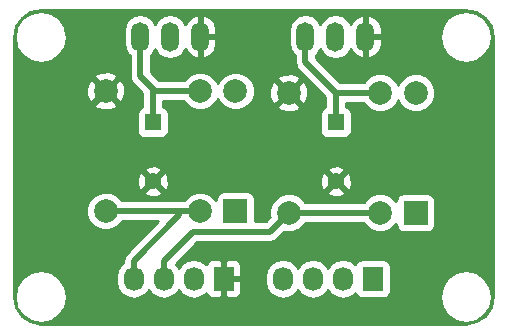
<source format=gtl>
G04 #@! TF.FileFunction,Copper,L1,Top,Signal*
%FSLAX45Y45*%
G04 Gerber Fmt 4.5, Leading zero omitted, Abs format (unit mm)*
G04 Created by KiCad (PCBNEW 4.0.1-stable) date 2016 October 24, Monday 13:30:03*
%MOMM*%
G01*
G04 APERTURE LIST*
%ADD10C,0.100000*%
%ADD11R,1.400000X1.400000*%
%ADD12C,1.400000*%
%ADD13C,1.998980*%
%ADD14R,1.998980X1.998980*%
%ADD15R,1.727200X2.032000*%
%ADD16O,1.727200X2.032000*%
%ADD17O,1.501140X2.499360*%
%ADD18C,0.500000*%
%ADD19C,1.000000*%
%ADD20C,0.254000*%
G04 APERTURE END LIST*
D10*
D11*
X13750000Y-10525000D03*
D12*
X13750000Y-11025000D03*
D11*
X15300000Y-10525000D03*
D12*
X15300000Y-11025000D03*
D13*
X14450000Y-10259000D03*
D14*
X14450000Y-11275000D03*
D13*
X15975000Y-10275000D03*
D14*
X15975000Y-11291000D03*
D15*
X15612000Y-11850000D03*
D16*
X15358000Y-11850000D03*
X15104000Y-11850000D03*
X14850000Y-11850000D03*
D17*
X13896000Y-9800000D03*
X13642000Y-9800000D03*
X14150000Y-9800000D03*
X15296000Y-9800000D03*
X15042000Y-9800000D03*
X15550000Y-9800000D03*
D13*
X13350000Y-10259000D03*
X13350000Y-11275000D03*
X14150000Y-10259000D03*
X14150000Y-11275000D03*
X14900000Y-10275000D03*
X14900000Y-11291000D03*
X15675000Y-10275000D03*
X15675000Y-11291000D03*
D15*
X14350000Y-11850000D03*
D16*
X14096000Y-11850000D03*
X13842000Y-11850000D03*
X13588000Y-11850000D03*
D18*
X13766000Y-10259000D02*
X13750000Y-10243000D01*
X13750000Y-10243000D02*
X13642000Y-10135000D01*
X13750000Y-10525000D02*
X13750000Y-10405000D01*
X13750000Y-10405000D02*
X13750000Y-10243000D01*
X13642000Y-10135000D02*
X13642000Y-9800000D01*
X14150000Y-10259000D02*
X13766000Y-10259000D01*
X15675000Y-10275000D02*
X15300000Y-10275000D01*
X15300000Y-10525000D02*
X15300000Y-10275000D01*
X15042000Y-10017000D02*
X15042000Y-9800000D01*
X15300000Y-10275000D02*
X15042000Y-10017000D01*
X15358000Y-11865240D02*
X15358000Y-11850000D01*
X14850000Y-11850000D02*
X14850000Y-11865240D01*
D19*
X13896000Y-9849911D02*
X13896000Y-9800000D01*
D18*
X13575000Y-11275000D02*
X13975000Y-11275000D01*
X13975000Y-11275000D02*
X14150000Y-11275000D01*
X13588000Y-11850000D02*
X13588000Y-11698400D01*
X13588000Y-11698400D02*
X13975000Y-11311400D01*
X13975000Y-11311400D02*
X13975000Y-11275000D01*
X13350000Y-11275000D02*
X13575000Y-11275000D01*
X14900000Y-11291000D02*
X15675000Y-11291000D01*
X13842000Y-11850000D02*
X13842000Y-11698400D01*
X13842000Y-11698400D02*
X14090451Y-11449949D01*
X14090451Y-11449949D02*
X14741051Y-11449949D01*
X14741051Y-11449949D02*
X14800051Y-11390949D01*
X14800051Y-11390949D02*
X14900000Y-11291000D01*
D20*
G36*
X16487102Y-9589717D02*
X16560944Y-9639056D01*
X16610283Y-9712898D01*
X16629000Y-9806993D01*
X16629000Y-11993007D01*
X16610283Y-12087102D01*
X16560944Y-12160944D01*
X16487102Y-12210283D01*
X16393007Y-12229000D01*
X12806993Y-12229000D01*
X12712898Y-12210283D01*
X12639056Y-12160944D01*
X12589717Y-12087102D01*
X12572391Y-12000000D01*
X12579000Y-12000000D01*
X12595823Y-12084573D01*
X12643729Y-12156271D01*
X12715427Y-12204177D01*
X12800000Y-12221000D01*
X12884573Y-12204177D01*
X12956271Y-12156271D01*
X13004177Y-12084573D01*
X13021000Y-12000000D01*
X13004177Y-11915427D01*
X12956271Y-11843729D01*
X12884573Y-11795823D01*
X12800000Y-11779000D01*
X12715427Y-11795823D01*
X12643729Y-11843729D01*
X12595823Y-11915427D01*
X12579000Y-12000000D01*
X12572391Y-12000000D01*
X12571000Y-11993007D01*
X12571000Y-11307369D01*
X13186523Y-11307369D01*
X13211354Y-11367465D01*
X13257293Y-11413485D01*
X13317345Y-11438421D01*
X13382369Y-11438477D01*
X13442465Y-11413646D01*
X13488485Y-11367707D01*
X13490232Y-11363500D01*
X13797742Y-11363500D01*
X13525421Y-11635821D01*
X13506237Y-11664532D01*
X13506237Y-11664533D01*
X13499500Y-11698400D01*
X13499500Y-11698400D01*
X13499500Y-11713887D01*
X13482033Y-11725558D01*
X13449547Y-11774177D01*
X13438140Y-11831525D01*
X13438140Y-11868474D01*
X13449547Y-11925823D01*
X13482033Y-11974441D01*
X13530651Y-12006927D01*
X13588000Y-12018334D01*
X13645349Y-12006927D01*
X13693967Y-11974441D01*
X13715000Y-11942963D01*
X13736033Y-11974441D01*
X13784651Y-12006927D01*
X13842000Y-12018334D01*
X13899349Y-12006927D01*
X13947967Y-11974441D01*
X13969000Y-11942963D01*
X13990033Y-11974441D01*
X14038651Y-12006927D01*
X14096000Y-12018334D01*
X14153349Y-12006927D01*
X14201967Y-11974441D01*
X14203450Y-11972222D01*
X14209807Y-11987570D01*
X14227670Y-12005433D01*
X14251009Y-12015100D01*
X14321425Y-12015100D01*
X14337300Y-11999225D01*
X14337300Y-11862700D01*
X14362700Y-11862700D01*
X14362700Y-11999225D01*
X14378575Y-12015100D01*
X14448991Y-12015100D01*
X14472330Y-12005433D01*
X14490193Y-11987570D01*
X14499860Y-11964231D01*
X14499860Y-11878575D01*
X14483985Y-11862700D01*
X14362700Y-11862700D01*
X14337300Y-11862700D01*
X14335300Y-11862700D01*
X14335300Y-11837300D01*
X14337300Y-11837300D01*
X14337300Y-11700775D01*
X14362700Y-11700775D01*
X14362700Y-11837300D01*
X14483985Y-11837300D01*
X14489759Y-11831525D01*
X14700140Y-11831525D01*
X14700140Y-11868474D01*
X14711547Y-11925823D01*
X14744033Y-11974441D01*
X14792651Y-12006927D01*
X14850000Y-12018334D01*
X14907349Y-12006927D01*
X14955967Y-11974441D01*
X14977000Y-11942963D01*
X14998033Y-11974441D01*
X15046651Y-12006927D01*
X15104000Y-12018334D01*
X15161349Y-12006927D01*
X15209967Y-11974441D01*
X15231000Y-11942963D01*
X15252033Y-11974441D01*
X15300651Y-12006927D01*
X15358000Y-12018334D01*
X15415349Y-12006927D01*
X15463967Y-11974441D01*
X15464924Y-11973009D01*
X15465324Y-11975132D01*
X15479231Y-11996744D01*
X15500451Y-12011243D01*
X15525640Y-12016344D01*
X15698360Y-12016344D01*
X15721892Y-12011916D01*
X15740410Y-12000000D01*
X16179000Y-12000000D01*
X16195823Y-12084573D01*
X16243729Y-12156271D01*
X16315427Y-12204177D01*
X16400000Y-12221000D01*
X16484573Y-12204177D01*
X16556271Y-12156271D01*
X16604177Y-12084573D01*
X16621000Y-12000000D01*
X16604177Y-11915427D01*
X16556271Y-11843729D01*
X16484573Y-11795823D01*
X16400000Y-11779000D01*
X16315427Y-11795823D01*
X16243729Y-11843729D01*
X16195823Y-11915427D01*
X16179000Y-12000000D01*
X15740410Y-12000000D01*
X15743504Y-11998009D01*
X15758003Y-11976789D01*
X15763104Y-11951600D01*
X15763104Y-11748400D01*
X15758676Y-11724868D01*
X15744769Y-11703256D01*
X15723549Y-11688757D01*
X15698360Y-11683656D01*
X15525640Y-11683656D01*
X15502108Y-11688084D01*
X15480496Y-11701991D01*
X15465997Y-11723211D01*
X15465160Y-11727344D01*
X15463967Y-11725558D01*
X15415349Y-11693073D01*
X15358000Y-11681665D01*
X15300651Y-11693073D01*
X15252033Y-11725558D01*
X15231000Y-11757037D01*
X15209967Y-11725558D01*
X15161349Y-11693073D01*
X15104000Y-11681665D01*
X15046651Y-11693073D01*
X14998033Y-11725558D01*
X14977000Y-11757037D01*
X14955967Y-11725558D01*
X14907349Y-11693073D01*
X14850000Y-11681665D01*
X14792651Y-11693073D01*
X14744033Y-11725558D01*
X14711547Y-11774177D01*
X14700140Y-11831525D01*
X14489759Y-11831525D01*
X14499860Y-11821425D01*
X14499860Y-11735769D01*
X14490193Y-11712430D01*
X14472330Y-11694567D01*
X14448991Y-11684900D01*
X14378575Y-11684900D01*
X14362700Y-11700775D01*
X14337300Y-11700775D01*
X14321425Y-11684900D01*
X14251009Y-11684900D01*
X14227670Y-11694567D01*
X14209807Y-11712430D01*
X14203450Y-11727778D01*
X14201967Y-11725558D01*
X14153349Y-11693073D01*
X14096000Y-11681665D01*
X14038651Y-11693073D01*
X13990033Y-11725558D01*
X13969000Y-11757037D01*
X13947967Y-11725558D01*
X13943191Y-11722367D01*
X14127109Y-11538449D01*
X14741050Y-11538449D01*
X14741051Y-11538449D01*
X14769299Y-11532830D01*
X14774918Y-11531712D01*
X14803630Y-11512528D01*
X14862630Y-11453528D01*
X14862630Y-11453528D01*
X14863383Y-11452775D01*
X14867345Y-11454421D01*
X14932369Y-11454477D01*
X14992465Y-11429646D01*
X15038485Y-11383707D01*
X15040232Y-11379500D01*
X15534715Y-11379500D01*
X15536354Y-11383465D01*
X15582293Y-11429485D01*
X15642345Y-11454421D01*
X15707369Y-11454477D01*
X15767465Y-11429646D01*
X15810307Y-11386879D01*
X15810307Y-11390949D01*
X15814735Y-11414481D01*
X15828642Y-11436093D01*
X15849862Y-11450592D01*
X15875051Y-11455693D01*
X16074949Y-11455693D01*
X16098481Y-11451265D01*
X16120093Y-11437358D01*
X16134592Y-11416138D01*
X16139693Y-11390949D01*
X16139693Y-11191051D01*
X16135265Y-11167519D01*
X16121358Y-11145907D01*
X16100138Y-11131408D01*
X16074949Y-11126307D01*
X15875051Y-11126307D01*
X15851519Y-11130735D01*
X15829907Y-11144642D01*
X15815408Y-11165862D01*
X15810307Y-11191051D01*
X15810307Y-11195189D01*
X15767707Y-11152515D01*
X15707655Y-11127579D01*
X15642631Y-11127523D01*
X15582534Y-11152354D01*
X15536515Y-11198293D01*
X15534768Y-11202500D01*
X15040285Y-11202500D01*
X15038646Y-11198534D01*
X14992707Y-11152515D01*
X14932655Y-11127579D01*
X14867631Y-11127523D01*
X14807534Y-11152354D01*
X14761515Y-11198293D01*
X14736579Y-11258345D01*
X14736523Y-11323369D01*
X14738262Y-11327580D01*
X14737472Y-11328370D01*
X14737472Y-11328370D01*
X14704393Y-11361449D01*
X14614693Y-11361449D01*
X14614693Y-11175051D01*
X14610265Y-11151519D01*
X14596358Y-11129907D01*
X14579704Y-11118528D01*
X15224433Y-11118528D01*
X15230617Y-11142104D01*
X15280712Y-11159742D01*
X15333744Y-11156866D01*
X15369383Y-11142104D01*
X15375567Y-11118528D01*
X15300000Y-11042961D01*
X15224433Y-11118528D01*
X14579704Y-11118528D01*
X14575138Y-11115408D01*
X14549949Y-11110307D01*
X14350051Y-11110307D01*
X14326519Y-11114735D01*
X14304907Y-11128642D01*
X14290408Y-11149862D01*
X14285307Y-11175051D01*
X14285307Y-11179190D01*
X14242707Y-11136515D01*
X14182655Y-11111579D01*
X14117631Y-11111523D01*
X14057534Y-11136354D01*
X14011515Y-11182293D01*
X14009768Y-11186500D01*
X13490285Y-11186500D01*
X13488646Y-11182535D01*
X13442707Y-11136515D01*
X13399388Y-11118528D01*
X13674433Y-11118528D01*
X13680617Y-11142104D01*
X13730712Y-11159742D01*
X13783744Y-11156866D01*
X13819383Y-11142104D01*
X13825567Y-11118528D01*
X13750000Y-11042961D01*
X13674433Y-11118528D01*
X13399388Y-11118528D01*
X13382655Y-11111579D01*
X13317631Y-11111523D01*
X13257534Y-11136354D01*
X13211515Y-11182293D01*
X13186579Y-11242345D01*
X13186523Y-11307369D01*
X12571000Y-11307369D01*
X12571000Y-11005712D01*
X13615258Y-11005712D01*
X13618134Y-11058744D01*
X13632896Y-11094383D01*
X13656472Y-11100567D01*
X13732039Y-11025000D01*
X13767960Y-11025000D01*
X13843527Y-11100567D01*
X13867104Y-11094383D01*
X13884742Y-11044288D01*
X13882650Y-11005712D01*
X15165258Y-11005712D01*
X15168134Y-11058744D01*
X15182896Y-11094383D01*
X15206472Y-11100567D01*
X15282039Y-11025000D01*
X15317960Y-11025000D01*
X15393527Y-11100567D01*
X15417104Y-11094383D01*
X15434742Y-11044288D01*
X15431866Y-10991256D01*
X15417104Y-10955617D01*
X15393527Y-10949433D01*
X15317960Y-11025000D01*
X15282039Y-11025000D01*
X15206472Y-10949433D01*
X15182896Y-10955617D01*
X15165258Y-11005712D01*
X13882650Y-11005712D01*
X13881866Y-10991256D01*
X13867104Y-10955617D01*
X13843527Y-10949433D01*
X13767960Y-11025000D01*
X13732039Y-11025000D01*
X13656472Y-10949433D01*
X13632896Y-10955617D01*
X13615258Y-11005712D01*
X12571000Y-11005712D01*
X12571000Y-10931473D01*
X13674433Y-10931473D01*
X13750000Y-11007040D01*
X13825567Y-10931473D01*
X15224433Y-10931473D01*
X15300000Y-11007040D01*
X15375567Y-10931473D01*
X15369383Y-10907896D01*
X15319288Y-10890258D01*
X15266256Y-10893134D01*
X15230617Y-10907896D01*
X15224433Y-10931473D01*
X13825567Y-10931473D01*
X13819383Y-10907896D01*
X13769288Y-10890258D01*
X13716256Y-10893134D01*
X13680617Y-10907896D01*
X13674433Y-10931473D01*
X12571000Y-10931473D01*
X12571000Y-10374216D01*
X13252744Y-10374216D01*
X13262604Y-10400897D01*
X13323558Y-10423540D01*
X13388538Y-10421134D01*
X13437396Y-10400897D01*
X13447256Y-10374216D01*
X13350000Y-10276961D01*
X13252744Y-10374216D01*
X12571000Y-10374216D01*
X12571000Y-10232558D01*
X13185460Y-10232558D01*
X13187866Y-10297538D01*
X13208103Y-10346396D01*
X13234784Y-10356256D01*
X13332039Y-10259000D01*
X13367960Y-10259000D01*
X13465216Y-10356256D01*
X13491896Y-10346396D01*
X13514540Y-10285442D01*
X13512134Y-10220462D01*
X13491896Y-10171604D01*
X13465216Y-10161744D01*
X13367960Y-10259000D01*
X13332039Y-10259000D01*
X13234784Y-10161744D01*
X13208103Y-10171604D01*
X13185460Y-10232558D01*
X12571000Y-10232558D01*
X12571000Y-10143784D01*
X13252744Y-10143784D01*
X13350000Y-10241040D01*
X13447256Y-10143784D01*
X13437396Y-10117104D01*
X13376442Y-10094460D01*
X13311462Y-10096866D01*
X13262604Y-10117104D01*
X13252744Y-10143784D01*
X12571000Y-10143784D01*
X12571000Y-9806993D01*
X12572391Y-9800000D01*
X12579000Y-9800000D01*
X12595823Y-9884573D01*
X12643729Y-9956271D01*
X12715427Y-10004177D01*
X12800000Y-10021000D01*
X12884573Y-10004177D01*
X12956271Y-9956271D01*
X13004177Y-9884573D01*
X13021000Y-9800000D01*
X13010338Y-9746397D01*
X13503443Y-9746397D01*
X13503443Y-9853603D01*
X13513990Y-9906627D01*
X13544025Y-9951578D01*
X13553500Y-9957909D01*
X13553500Y-10135000D01*
X13553500Y-10135000D01*
X13557379Y-10154500D01*
X13560237Y-10168868D01*
X13572018Y-10186500D01*
X13579421Y-10197579D01*
X13661500Y-10279658D01*
X13661500Y-10393737D01*
X13656468Y-10394684D01*
X13634856Y-10408591D01*
X13620357Y-10429811D01*
X13615256Y-10455000D01*
X13615256Y-10595000D01*
X13619684Y-10618532D01*
X13633591Y-10640144D01*
X13654811Y-10654643D01*
X13680000Y-10659744D01*
X13820000Y-10659744D01*
X13843532Y-10655316D01*
X13865144Y-10641409D01*
X13879643Y-10620189D01*
X13884744Y-10595000D01*
X13884744Y-10455000D01*
X13880316Y-10431468D01*
X13866409Y-10409856D01*
X13845189Y-10395357D01*
X13838500Y-10394002D01*
X13838500Y-10347500D01*
X14009715Y-10347500D01*
X14011354Y-10351466D01*
X14057293Y-10397485D01*
X14117345Y-10422421D01*
X14182369Y-10422477D01*
X14242465Y-10397646D01*
X14288485Y-10351707D01*
X14299997Y-10323981D01*
X14311354Y-10351466D01*
X14357293Y-10397485D01*
X14417345Y-10422421D01*
X14482369Y-10422477D01*
X14542465Y-10397646D01*
X14549908Y-10390216D01*
X14802744Y-10390216D01*
X14812604Y-10416897D01*
X14873558Y-10439540D01*
X14938538Y-10437134D01*
X14987396Y-10416897D01*
X14997256Y-10390216D01*
X14900000Y-10292961D01*
X14802744Y-10390216D01*
X14549908Y-10390216D01*
X14588485Y-10351707D01*
X14613421Y-10291655D01*
X14613458Y-10248558D01*
X14735460Y-10248558D01*
X14737866Y-10313538D01*
X14758103Y-10362396D01*
X14784784Y-10372256D01*
X14882039Y-10275000D01*
X14917960Y-10275000D01*
X15015216Y-10372256D01*
X15041896Y-10362396D01*
X15064540Y-10301442D01*
X15062134Y-10236462D01*
X15041896Y-10187604D01*
X15015216Y-10177744D01*
X14917960Y-10275000D01*
X14882039Y-10275000D01*
X14784784Y-10177744D01*
X14758103Y-10187604D01*
X14735460Y-10248558D01*
X14613458Y-10248558D01*
X14613477Y-10226631D01*
X14588646Y-10166535D01*
X14581907Y-10159784D01*
X14802744Y-10159784D01*
X14900000Y-10257040D01*
X14997256Y-10159784D01*
X14987396Y-10133104D01*
X14926442Y-10110460D01*
X14861462Y-10112866D01*
X14812604Y-10133104D01*
X14802744Y-10159784D01*
X14581907Y-10159784D01*
X14542707Y-10120515D01*
X14482655Y-10095579D01*
X14417631Y-10095523D01*
X14357534Y-10120354D01*
X14311515Y-10166293D01*
X14300002Y-10194019D01*
X14288646Y-10166535D01*
X14242707Y-10120515D01*
X14182655Y-10095579D01*
X14117631Y-10095523D01*
X14057534Y-10120354D01*
X14011515Y-10166293D01*
X14009768Y-10170500D01*
X13802658Y-10170500D01*
X13730500Y-10098342D01*
X13730500Y-9957909D01*
X13739975Y-9951578D01*
X13769000Y-9908138D01*
X13798025Y-9951578D01*
X13842976Y-9981613D01*
X13896000Y-9992160D01*
X13949023Y-9981613D01*
X13993975Y-9951578D01*
X14024010Y-9906627D01*
X14024195Y-9905697D01*
X14026850Y-9914668D01*
X14061006Y-9956866D01*
X14108710Y-9982781D01*
X14115872Y-9984199D01*
X14137300Y-9971934D01*
X14137300Y-9812700D01*
X14162700Y-9812700D01*
X14162700Y-9971934D01*
X14184127Y-9984199D01*
X14191290Y-9982781D01*
X14238994Y-9956866D01*
X14273150Y-9914668D01*
X14288557Y-9862611D01*
X14288557Y-9812700D01*
X14162700Y-9812700D01*
X14137300Y-9812700D01*
X14135300Y-9812700D01*
X14135300Y-9787300D01*
X14137300Y-9787300D01*
X14137300Y-9628066D01*
X14162700Y-9628066D01*
X14162700Y-9787300D01*
X14288557Y-9787300D01*
X14288557Y-9746397D01*
X14903443Y-9746397D01*
X14903443Y-9853603D01*
X14913990Y-9906627D01*
X14944025Y-9951578D01*
X14953500Y-9957909D01*
X14953500Y-10017000D01*
X14953500Y-10017000D01*
X14959119Y-10045248D01*
X14960237Y-10050868D01*
X14974638Y-10072421D01*
X14979421Y-10079579D01*
X15211500Y-10311658D01*
X15211500Y-10393737D01*
X15206468Y-10394684D01*
X15184856Y-10408591D01*
X15170357Y-10429811D01*
X15165256Y-10455000D01*
X15165256Y-10595000D01*
X15169684Y-10618532D01*
X15183591Y-10640144D01*
X15204811Y-10654643D01*
X15230000Y-10659744D01*
X15370000Y-10659744D01*
X15393532Y-10655316D01*
X15415144Y-10641409D01*
X15429643Y-10620189D01*
X15434744Y-10595000D01*
X15434744Y-10455000D01*
X15430316Y-10431468D01*
X15416409Y-10409856D01*
X15395189Y-10395357D01*
X15388500Y-10394002D01*
X15388500Y-10363500D01*
X15534715Y-10363500D01*
X15536354Y-10367466D01*
X15582293Y-10413485D01*
X15642345Y-10438421D01*
X15707369Y-10438477D01*
X15767465Y-10413646D01*
X15813485Y-10367707D01*
X15824997Y-10339981D01*
X15836354Y-10367466D01*
X15882293Y-10413485D01*
X15942345Y-10438421D01*
X16007369Y-10438477D01*
X16067465Y-10413646D01*
X16113485Y-10367707D01*
X16138421Y-10307655D01*
X16138477Y-10242631D01*
X16113646Y-10182535D01*
X16067707Y-10136515D01*
X16007655Y-10111579D01*
X15942631Y-10111523D01*
X15882534Y-10136354D01*
X15836515Y-10182293D01*
X15825002Y-10210019D01*
X15813646Y-10182535D01*
X15767707Y-10136515D01*
X15707655Y-10111579D01*
X15642631Y-10111523D01*
X15582534Y-10136354D01*
X15536515Y-10182293D01*
X15534768Y-10186500D01*
X15336658Y-10186500D01*
X15130500Y-9980342D01*
X15130500Y-9957909D01*
X15139975Y-9951578D01*
X15169000Y-9908138D01*
X15198025Y-9951578D01*
X15242976Y-9981613D01*
X15296000Y-9992160D01*
X15349023Y-9981613D01*
X15393975Y-9951578D01*
X15424010Y-9906627D01*
X15424195Y-9905697D01*
X15426850Y-9914668D01*
X15461006Y-9956866D01*
X15508710Y-9982781D01*
X15515872Y-9984199D01*
X15537300Y-9971934D01*
X15537300Y-9812700D01*
X15562700Y-9812700D01*
X15562700Y-9971934D01*
X15584127Y-9984199D01*
X15591290Y-9982781D01*
X15638994Y-9956866D01*
X15673150Y-9914668D01*
X15688557Y-9862611D01*
X15688557Y-9812700D01*
X15562700Y-9812700D01*
X15537300Y-9812700D01*
X15535300Y-9812700D01*
X15535300Y-9800000D01*
X16179000Y-9800000D01*
X16195823Y-9884573D01*
X16243729Y-9956271D01*
X16315427Y-10004177D01*
X16400000Y-10021000D01*
X16484573Y-10004177D01*
X16556271Y-9956271D01*
X16604177Y-9884573D01*
X16621000Y-9800000D01*
X16604177Y-9715427D01*
X16556271Y-9643729D01*
X16484573Y-9595823D01*
X16400000Y-9579000D01*
X16315427Y-9595823D01*
X16243729Y-9643729D01*
X16195823Y-9715427D01*
X16179000Y-9800000D01*
X15535300Y-9800000D01*
X15535300Y-9787300D01*
X15537300Y-9787300D01*
X15537300Y-9628066D01*
X15562700Y-9628066D01*
X15562700Y-9787300D01*
X15688557Y-9787300D01*
X15688557Y-9737389D01*
X15673150Y-9685332D01*
X15638994Y-9643134D01*
X15591290Y-9617219D01*
X15584127Y-9615801D01*
X15562700Y-9628066D01*
X15537300Y-9628066D01*
X15515872Y-9615801D01*
X15508710Y-9617219D01*
X15461006Y-9643134D01*
X15426850Y-9685332D01*
X15424195Y-9694303D01*
X15424010Y-9693373D01*
X15393975Y-9648422D01*
X15349023Y-9618387D01*
X15296000Y-9607840D01*
X15242976Y-9618387D01*
X15198025Y-9648422D01*
X15169000Y-9691862D01*
X15139975Y-9648422D01*
X15095023Y-9618387D01*
X15042000Y-9607840D01*
X14988976Y-9618387D01*
X14944025Y-9648422D01*
X14913990Y-9693373D01*
X14903443Y-9746397D01*
X14288557Y-9746397D01*
X14288557Y-9737389D01*
X14273150Y-9685332D01*
X14238994Y-9643134D01*
X14191290Y-9617219D01*
X14184127Y-9615801D01*
X14162700Y-9628066D01*
X14137300Y-9628066D01*
X14115872Y-9615801D01*
X14108710Y-9617219D01*
X14061006Y-9643134D01*
X14026850Y-9685332D01*
X14024195Y-9694303D01*
X14024010Y-9693373D01*
X13993975Y-9648422D01*
X13949023Y-9618387D01*
X13896000Y-9607840D01*
X13842976Y-9618387D01*
X13798025Y-9648422D01*
X13769000Y-9691862D01*
X13739975Y-9648422D01*
X13695023Y-9618387D01*
X13642000Y-9607840D01*
X13588976Y-9618387D01*
X13544025Y-9648422D01*
X13513990Y-9693373D01*
X13503443Y-9746397D01*
X13010338Y-9746397D01*
X13004177Y-9715427D01*
X12956271Y-9643729D01*
X12884573Y-9595823D01*
X12800000Y-9579000D01*
X12715427Y-9595823D01*
X12643729Y-9643729D01*
X12595823Y-9715427D01*
X12579000Y-9800000D01*
X12572391Y-9800000D01*
X12589717Y-9712898D01*
X12639056Y-9639056D01*
X12712898Y-9589717D01*
X12806993Y-9571000D01*
X16393007Y-9571000D01*
X16487102Y-9589717D01*
X16487102Y-9589717D01*
G37*
X16487102Y-9589717D02*
X16560944Y-9639056D01*
X16610283Y-9712898D01*
X16629000Y-9806993D01*
X16629000Y-11993007D01*
X16610283Y-12087102D01*
X16560944Y-12160944D01*
X16487102Y-12210283D01*
X16393007Y-12229000D01*
X12806993Y-12229000D01*
X12712898Y-12210283D01*
X12639056Y-12160944D01*
X12589717Y-12087102D01*
X12572391Y-12000000D01*
X12579000Y-12000000D01*
X12595823Y-12084573D01*
X12643729Y-12156271D01*
X12715427Y-12204177D01*
X12800000Y-12221000D01*
X12884573Y-12204177D01*
X12956271Y-12156271D01*
X13004177Y-12084573D01*
X13021000Y-12000000D01*
X13004177Y-11915427D01*
X12956271Y-11843729D01*
X12884573Y-11795823D01*
X12800000Y-11779000D01*
X12715427Y-11795823D01*
X12643729Y-11843729D01*
X12595823Y-11915427D01*
X12579000Y-12000000D01*
X12572391Y-12000000D01*
X12571000Y-11993007D01*
X12571000Y-11307369D01*
X13186523Y-11307369D01*
X13211354Y-11367465D01*
X13257293Y-11413485D01*
X13317345Y-11438421D01*
X13382369Y-11438477D01*
X13442465Y-11413646D01*
X13488485Y-11367707D01*
X13490232Y-11363500D01*
X13797742Y-11363500D01*
X13525421Y-11635821D01*
X13506237Y-11664532D01*
X13506237Y-11664533D01*
X13499500Y-11698400D01*
X13499500Y-11698400D01*
X13499500Y-11713887D01*
X13482033Y-11725558D01*
X13449547Y-11774177D01*
X13438140Y-11831525D01*
X13438140Y-11868474D01*
X13449547Y-11925823D01*
X13482033Y-11974441D01*
X13530651Y-12006927D01*
X13588000Y-12018334D01*
X13645349Y-12006927D01*
X13693967Y-11974441D01*
X13715000Y-11942963D01*
X13736033Y-11974441D01*
X13784651Y-12006927D01*
X13842000Y-12018334D01*
X13899349Y-12006927D01*
X13947967Y-11974441D01*
X13969000Y-11942963D01*
X13990033Y-11974441D01*
X14038651Y-12006927D01*
X14096000Y-12018334D01*
X14153349Y-12006927D01*
X14201967Y-11974441D01*
X14203450Y-11972222D01*
X14209807Y-11987570D01*
X14227670Y-12005433D01*
X14251009Y-12015100D01*
X14321425Y-12015100D01*
X14337300Y-11999225D01*
X14337300Y-11862700D01*
X14362700Y-11862700D01*
X14362700Y-11999225D01*
X14378575Y-12015100D01*
X14448991Y-12015100D01*
X14472330Y-12005433D01*
X14490193Y-11987570D01*
X14499860Y-11964231D01*
X14499860Y-11878575D01*
X14483985Y-11862700D01*
X14362700Y-11862700D01*
X14337300Y-11862700D01*
X14335300Y-11862700D01*
X14335300Y-11837300D01*
X14337300Y-11837300D01*
X14337300Y-11700775D01*
X14362700Y-11700775D01*
X14362700Y-11837300D01*
X14483985Y-11837300D01*
X14489759Y-11831525D01*
X14700140Y-11831525D01*
X14700140Y-11868474D01*
X14711547Y-11925823D01*
X14744033Y-11974441D01*
X14792651Y-12006927D01*
X14850000Y-12018334D01*
X14907349Y-12006927D01*
X14955967Y-11974441D01*
X14977000Y-11942963D01*
X14998033Y-11974441D01*
X15046651Y-12006927D01*
X15104000Y-12018334D01*
X15161349Y-12006927D01*
X15209967Y-11974441D01*
X15231000Y-11942963D01*
X15252033Y-11974441D01*
X15300651Y-12006927D01*
X15358000Y-12018334D01*
X15415349Y-12006927D01*
X15463967Y-11974441D01*
X15464924Y-11973009D01*
X15465324Y-11975132D01*
X15479231Y-11996744D01*
X15500451Y-12011243D01*
X15525640Y-12016344D01*
X15698360Y-12016344D01*
X15721892Y-12011916D01*
X15740410Y-12000000D01*
X16179000Y-12000000D01*
X16195823Y-12084573D01*
X16243729Y-12156271D01*
X16315427Y-12204177D01*
X16400000Y-12221000D01*
X16484573Y-12204177D01*
X16556271Y-12156271D01*
X16604177Y-12084573D01*
X16621000Y-12000000D01*
X16604177Y-11915427D01*
X16556271Y-11843729D01*
X16484573Y-11795823D01*
X16400000Y-11779000D01*
X16315427Y-11795823D01*
X16243729Y-11843729D01*
X16195823Y-11915427D01*
X16179000Y-12000000D01*
X15740410Y-12000000D01*
X15743504Y-11998009D01*
X15758003Y-11976789D01*
X15763104Y-11951600D01*
X15763104Y-11748400D01*
X15758676Y-11724868D01*
X15744769Y-11703256D01*
X15723549Y-11688757D01*
X15698360Y-11683656D01*
X15525640Y-11683656D01*
X15502108Y-11688084D01*
X15480496Y-11701991D01*
X15465997Y-11723211D01*
X15465160Y-11727344D01*
X15463967Y-11725558D01*
X15415349Y-11693073D01*
X15358000Y-11681665D01*
X15300651Y-11693073D01*
X15252033Y-11725558D01*
X15231000Y-11757037D01*
X15209967Y-11725558D01*
X15161349Y-11693073D01*
X15104000Y-11681665D01*
X15046651Y-11693073D01*
X14998033Y-11725558D01*
X14977000Y-11757037D01*
X14955967Y-11725558D01*
X14907349Y-11693073D01*
X14850000Y-11681665D01*
X14792651Y-11693073D01*
X14744033Y-11725558D01*
X14711547Y-11774177D01*
X14700140Y-11831525D01*
X14489759Y-11831525D01*
X14499860Y-11821425D01*
X14499860Y-11735769D01*
X14490193Y-11712430D01*
X14472330Y-11694567D01*
X14448991Y-11684900D01*
X14378575Y-11684900D01*
X14362700Y-11700775D01*
X14337300Y-11700775D01*
X14321425Y-11684900D01*
X14251009Y-11684900D01*
X14227670Y-11694567D01*
X14209807Y-11712430D01*
X14203450Y-11727778D01*
X14201967Y-11725558D01*
X14153349Y-11693073D01*
X14096000Y-11681665D01*
X14038651Y-11693073D01*
X13990033Y-11725558D01*
X13969000Y-11757037D01*
X13947967Y-11725558D01*
X13943191Y-11722367D01*
X14127109Y-11538449D01*
X14741050Y-11538449D01*
X14741051Y-11538449D01*
X14769299Y-11532830D01*
X14774918Y-11531712D01*
X14803630Y-11512528D01*
X14862630Y-11453528D01*
X14862630Y-11453528D01*
X14863383Y-11452775D01*
X14867345Y-11454421D01*
X14932369Y-11454477D01*
X14992465Y-11429646D01*
X15038485Y-11383707D01*
X15040232Y-11379500D01*
X15534715Y-11379500D01*
X15536354Y-11383465D01*
X15582293Y-11429485D01*
X15642345Y-11454421D01*
X15707369Y-11454477D01*
X15767465Y-11429646D01*
X15810307Y-11386879D01*
X15810307Y-11390949D01*
X15814735Y-11414481D01*
X15828642Y-11436093D01*
X15849862Y-11450592D01*
X15875051Y-11455693D01*
X16074949Y-11455693D01*
X16098481Y-11451265D01*
X16120093Y-11437358D01*
X16134592Y-11416138D01*
X16139693Y-11390949D01*
X16139693Y-11191051D01*
X16135265Y-11167519D01*
X16121358Y-11145907D01*
X16100138Y-11131408D01*
X16074949Y-11126307D01*
X15875051Y-11126307D01*
X15851519Y-11130735D01*
X15829907Y-11144642D01*
X15815408Y-11165862D01*
X15810307Y-11191051D01*
X15810307Y-11195189D01*
X15767707Y-11152515D01*
X15707655Y-11127579D01*
X15642631Y-11127523D01*
X15582534Y-11152354D01*
X15536515Y-11198293D01*
X15534768Y-11202500D01*
X15040285Y-11202500D01*
X15038646Y-11198534D01*
X14992707Y-11152515D01*
X14932655Y-11127579D01*
X14867631Y-11127523D01*
X14807534Y-11152354D01*
X14761515Y-11198293D01*
X14736579Y-11258345D01*
X14736523Y-11323369D01*
X14738262Y-11327580D01*
X14737472Y-11328370D01*
X14737472Y-11328370D01*
X14704393Y-11361449D01*
X14614693Y-11361449D01*
X14614693Y-11175051D01*
X14610265Y-11151519D01*
X14596358Y-11129907D01*
X14579704Y-11118528D01*
X15224433Y-11118528D01*
X15230617Y-11142104D01*
X15280712Y-11159742D01*
X15333744Y-11156866D01*
X15369383Y-11142104D01*
X15375567Y-11118528D01*
X15300000Y-11042961D01*
X15224433Y-11118528D01*
X14579704Y-11118528D01*
X14575138Y-11115408D01*
X14549949Y-11110307D01*
X14350051Y-11110307D01*
X14326519Y-11114735D01*
X14304907Y-11128642D01*
X14290408Y-11149862D01*
X14285307Y-11175051D01*
X14285307Y-11179190D01*
X14242707Y-11136515D01*
X14182655Y-11111579D01*
X14117631Y-11111523D01*
X14057534Y-11136354D01*
X14011515Y-11182293D01*
X14009768Y-11186500D01*
X13490285Y-11186500D01*
X13488646Y-11182535D01*
X13442707Y-11136515D01*
X13399388Y-11118528D01*
X13674433Y-11118528D01*
X13680617Y-11142104D01*
X13730712Y-11159742D01*
X13783744Y-11156866D01*
X13819383Y-11142104D01*
X13825567Y-11118528D01*
X13750000Y-11042961D01*
X13674433Y-11118528D01*
X13399388Y-11118528D01*
X13382655Y-11111579D01*
X13317631Y-11111523D01*
X13257534Y-11136354D01*
X13211515Y-11182293D01*
X13186579Y-11242345D01*
X13186523Y-11307369D01*
X12571000Y-11307369D01*
X12571000Y-11005712D01*
X13615258Y-11005712D01*
X13618134Y-11058744D01*
X13632896Y-11094383D01*
X13656472Y-11100567D01*
X13732039Y-11025000D01*
X13767960Y-11025000D01*
X13843527Y-11100567D01*
X13867104Y-11094383D01*
X13884742Y-11044288D01*
X13882650Y-11005712D01*
X15165258Y-11005712D01*
X15168134Y-11058744D01*
X15182896Y-11094383D01*
X15206472Y-11100567D01*
X15282039Y-11025000D01*
X15317960Y-11025000D01*
X15393527Y-11100567D01*
X15417104Y-11094383D01*
X15434742Y-11044288D01*
X15431866Y-10991256D01*
X15417104Y-10955617D01*
X15393527Y-10949433D01*
X15317960Y-11025000D01*
X15282039Y-11025000D01*
X15206472Y-10949433D01*
X15182896Y-10955617D01*
X15165258Y-11005712D01*
X13882650Y-11005712D01*
X13881866Y-10991256D01*
X13867104Y-10955617D01*
X13843527Y-10949433D01*
X13767960Y-11025000D01*
X13732039Y-11025000D01*
X13656472Y-10949433D01*
X13632896Y-10955617D01*
X13615258Y-11005712D01*
X12571000Y-11005712D01*
X12571000Y-10931473D01*
X13674433Y-10931473D01*
X13750000Y-11007040D01*
X13825567Y-10931473D01*
X15224433Y-10931473D01*
X15300000Y-11007040D01*
X15375567Y-10931473D01*
X15369383Y-10907896D01*
X15319288Y-10890258D01*
X15266256Y-10893134D01*
X15230617Y-10907896D01*
X15224433Y-10931473D01*
X13825567Y-10931473D01*
X13819383Y-10907896D01*
X13769288Y-10890258D01*
X13716256Y-10893134D01*
X13680617Y-10907896D01*
X13674433Y-10931473D01*
X12571000Y-10931473D01*
X12571000Y-10374216D01*
X13252744Y-10374216D01*
X13262604Y-10400897D01*
X13323558Y-10423540D01*
X13388538Y-10421134D01*
X13437396Y-10400897D01*
X13447256Y-10374216D01*
X13350000Y-10276961D01*
X13252744Y-10374216D01*
X12571000Y-10374216D01*
X12571000Y-10232558D01*
X13185460Y-10232558D01*
X13187866Y-10297538D01*
X13208103Y-10346396D01*
X13234784Y-10356256D01*
X13332039Y-10259000D01*
X13367960Y-10259000D01*
X13465216Y-10356256D01*
X13491896Y-10346396D01*
X13514540Y-10285442D01*
X13512134Y-10220462D01*
X13491896Y-10171604D01*
X13465216Y-10161744D01*
X13367960Y-10259000D01*
X13332039Y-10259000D01*
X13234784Y-10161744D01*
X13208103Y-10171604D01*
X13185460Y-10232558D01*
X12571000Y-10232558D01*
X12571000Y-10143784D01*
X13252744Y-10143784D01*
X13350000Y-10241040D01*
X13447256Y-10143784D01*
X13437396Y-10117104D01*
X13376442Y-10094460D01*
X13311462Y-10096866D01*
X13262604Y-10117104D01*
X13252744Y-10143784D01*
X12571000Y-10143784D01*
X12571000Y-9806993D01*
X12572391Y-9800000D01*
X12579000Y-9800000D01*
X12595823Y-9884573D01*
X12643729Y-9956271D01*
X12715427Y-10004177D01*
X12800000Y-10021000D01*
X12884573Y-10004177D01*
X12956271Y-9956271D01*
X13004177Y-9884573D01*
X13021000Y-9800000D01*
X13010338Y-9746397D01*
X13503443Y-9746397D01*
X13503443Y-9853603D01*
X13513990Y-9906627D01*
X13544025Y-9951578D01*
X13553500Y-9957909D01*
X13553500Y-10135000D01*
X13553500Y-10135000D01*
X13557379Y-10154500D01*
X13560237Y-10168868D01*
X13572018Y-10186500D01*
X13579421Y-10197579D01*
X13661500Y-10279658D01*
X13661500Y-10393737D01*
X13656468Y-10394684D01*
X13634856Y-10408591D01*
X13620357Y-10429811D01*
X13615256Y-10455000D01*
X13615256Y-10595000D01*
X13619684Y-10618532D01*
X13633591Y-10640144D01*
X13654811Y-10654643D01*
X13680000Y-10659744D01*
X13820000Y-10659744D01*
X13843532Y-10655316D01*
X13865144Y-10641409D01*
X13879643Y-10620189D01*
X13884744Y-10595000D01*
X13884744Y-10455000D01*
X13880316Y-10431468D01*
X13866409Y-10409856D01*
X13845189Y-10395357D01*
X13838500Y-10394002D01*
X13838500Y-10347500D01*
X14009715Y-10347500D01*
X14011354Y-10351466D01*
X14057293Y-10397485D01*
X14117345Y-10422421D01*
X14182369Y-10422477D01*
X14242465Y-10397646D01*
X14288485Y-10351707D01*
X14299997Y-10323981D01*
X14311354Y-10351466D01*
X14357293Y-10397485D01*
X14417345Y-10422421D01*
X14482369Y-10422477D01*
X14542465Y-10397646D01*
X14549908Y-10390216D01*
X14802744Y-10390216D01*
X14812604Y-10416897D01*
X14873558Y-10439540D01*
X14938538Y-10437134D01*
X14987396Y-10416897D01*
X14997256Y-10390216D01*
X14900000Y-10292961D01*
X14802744Y-10390216D01*
X14549908Y-10390216D01*
X14588485Y-10351707D01*
X14613421Y-10291655D01*
X14613458Y-10248558D01*
X14735460Y-10248558D01*
X14737866Y-10313538D01*
X14758103Y-10362396D01*
X14784784Y-10372256D01*
X14882039Y-10275000D01*
X14917960Y-10275000D01*
X15015216Y-10372256D01*
X15041896Y-10362396D01*
X15064540Y-10301442D01*
X15062134Y-10236462D01*
X15041896Y-10187604D01*
X15015216Y-10177744D01*
X14917960Y-10275000D01*
X14882039Y-10275000D01*
X14784784Y-10177744D01*
X14758103Y-10187604D01*
X14735460Y-10248558D01*
X14613458Y-10248558D01*
X14613477Y-10226631D01*
X14588646Y-10166535D01*
X14581907Y-10159784D01*
X14802744Y-10159784D01*
X14900000Y-10257040D01*
X14997256Y-10159784D01*
X14987396Y-10133104D01*
X14926442Y-10110460D01*
X14861462Y-10112866D01*
X14812604Y-10133104D01*
X14802744Y-10159784D01*
X14581907Y-10159784D01*
X14542707Y-10120515D01*
X14482655Y-10095579D01*
X14417631Y-10095523D01*
X14357534Y-10120354D01*
X14311515Y-10166293D01*
X14300002Y-10194019D01*
X14288646Y-10166535D01*
X14242707Y-10120515D01*
X14182655Y-10095579D01*
X14117631Y-10095523D01*
X14057534Y-10120354D01*
X14011515Y-10166293D01*
X14009768Y-10170500D01*
X13802658Y-10170500D01*
X13730500Y-10098342D01*
X13730500Y-9957909D01*
X13739975Y-9951578D01*
X13769000Y-9908138D01*
X13798025Y-9951578D01*
X13842976Y-9981613D01*
X13896000Y-9992160D01*
X13949023Y-9981613D01*
X13993975Y-9951578D01*
X14024010Y-9906627D01*
X14024195Y-9905697D01*
X14026850Y-9914668D01*
X14061006Y-9956866D01*
X14108710Y-9982781D01*
X14115872Y-9984199D01*
X14137300Y-9971934D01*
X14137300Y-9812700D01*
X14162700Y-9812700D01*
X14162700Y-9971934D01*
X14184127Y-9984199D01*
X14191290Y-9982781D01*
X14238994Y-9956866D01*
X14273150Y-9914668D01*
X14288557Y-9862611D01*
X14288557Y-9812700D01*
X14162700Y-9812700D01*
X14137300Y-9812700D01*
X14135300Y-9812700D01*
X14135300Y-9787300D01*
X14137300Y-9787300D01*
X14137300Y-9628066D01*
X14162700Y-9628066D01*
X14162700Y-9787300D01*
X14288557Y-9787300D01*
X14288557Y-9746397D01*
X14903443Y-9746397D01*
X14903443Y-9853603D01*
X14913990Y-9906627D01*
X14944025Y-9951578D01*
X14953500Y-9957909D01*
X14953500Y-10017000D01*
X14953500Y-10017000D01*
X14959119Y-10045248D01*
X14960237Y-10050868D01*
X14974638Y-10072421D01*
X14979421Y-10079579D01*
X15211500Y-10311658D01*
X15211500Y-10393737D01*
X15206468Y-10394684D01*
X15184856Y-10408591D01*
X15170357Y-10429811D01*
X15165256Y-10455000D01*
X15165256Y-10595000D01*
X15169684Y-10618532D01*
X15183591Y-10640144D01*
X15204811Y-10654643D01*
X15230000Y-10659744D01*
X15370000Y-10659744D01*
X15393532Y-10655316D01*
X15415144Y-10641409D01*
X15429643Y-10620189D01*
X15434744Y-10595000D01*
X15434744Y-10455000D01*
X15430316Y-10431468D01*
X15416409Y-10409856D01*
X15395189Y-10395357D01*
X15388500Y-10394002D01*
X15388500Y-10363500D01*
X15534715Y-10363500D01*
X15536354Y-10367466D01*
X15582293Y-10413485D01*
X15642345Y-10438421D01*
X15707369Y-10438477D01*
X15767465Y-10413646D01*
X15813485Y-10367707D01*
X15824997Y-10339981D01*
X15836354Y-10367466D01*
X15882293Y-10413485D01*
X15942345Y-10438421D01*
X16007369Y-10438477D01*
X16067465Y-10413646D01*
X16113485Y-10367707D01*
X16138421Y-10307655D01*
X16138477Y-10242631D01*
X16113646Y-10182535D01*
X16067707Y-10136515D01*
X16007655Y-10111579D01*
X15942631Y-10111523D01*
X15882534Y-10136354D01*
X15836515Y-10182293D01*
X15825002Y-10210019D01*
X15813646Y-10182535D01*
X15767707Y-10136515D01*
X15707655Y-10111579D01*
X15642631Y-10111523D01*
X15582534Y-10136354D01*
X15536515Y-10182293D01*
X15534768Y-10186500D01*
X15336658Y-10186500D01*
X15130500Y-9980342D01*
X15130500Y-9957909D01*
X15139975Y-9951578D01*
X15169000Y-9908138D01*
X15198025Y-9951578D01*
X15242976Y-9981613D01*
X15296000Y-9992160D01*
X15349023Y-9981613D01*
X15393975Y-9951578D01*
X15424010Y-9906627D01*
X15424195Y-9905697D01*
X15426850Y-9914668D01*
X15461006Y-9956866D01*
X15508710Y-9982781D01*
X15515872Y-9984199D01*
X15537300Y-9971934D01*
X15537300Y-9812700D01*
X15562700Y-9812700D01*
X15562700Y-9971934D01*
X15584127Y-9984199D01*
X15591290Y-9982781D01*
X15638994Y-9956866D01*
X15673150Y-9914668D01*
X15688557Y-9862611D01*
X15688557Y-9812700D01*
X15562700Y-9812700D01*
X15537300Y-9812700D01*
X15535300Y-9812700D01*
X15535300Y-9800000D01*
X16179000Y-9800000D01*
X16195823Y-9884573D01*
X16243729Y-9956271D01*
X16315427Y-10004177D01*
X16400000Y-10021000D01*
X16484573Y-10004177D01*
X16556271Y-9956271D01*
X16604177Y-9884573D01*
X16621000Y-9800000D01*
X16604177Y-9715427D01*
X16556271Y-9643729D01*
X16484573Y-9595823D01*
X16400000Y-9579000D01*
X16315427Y-9595823D01*
X16243729Y-9643729D01*
X16195823Y-9715427D01*
X16179000Y-9800000D01*
X15535300Y-9800000D01*
X15535300Y-9787300D01*
X15537300Y-9787300D01*
X15537300Y-9628066D01*
X15562700Y-9628066D01*
X15562700Y-9787300D01*
X15688557Y-9787300D01*
X15688557Y-9737389D01*
X15673150Y-9685332D01*
X15638994Y-9643134D01*
X15591290Y-9617219D01*
X15584127Y-9615801D01*
X15562700Y-9628066D01*
X15537300Y-9628066D01*
X15515872Y-9615801D01*
X15508710Y-9617219D01*
X15461006Y-9643134D01*
X15426850Y-9685332D01*
X15424195Y-9694303D01*
X15424010Y-9693373D01*
X15393975Y-9648422D01*
X15349023Y-9618387D01*
X15296000Y-9607840D01*
X15242976Y-9618387D01*
X15198025Y-9648422D01*
X15169000Y-9691862D01*
X15139975Y-9648422D01*
X15095023Y-9618387D01*
X15042000Y-9607840D01*
X14988976Y-9618387D01*
X14944025Y-9648422D01*
X14913990Y-9693373D01*
X14903443Y-9746397D01*
X14288557Y-9746397D01*
X14288557Y-9737389D01*
X14273150Y-9685332D01*
X14238994Y-9643134D01*
X14191290Y-9617219D01*
X14184127Y-9615801D01*
X14162700Y-9628066D01*
X14137300Y-9628066D01*
X14115872Y-9615801D01*
X14108710Y-9617219D01*
X14061006Y-9643134D01*
X14026850Y-9685332D01*
X14024195Y-9694303D01*
X14024010Y-9693373D01*
X13993975Y-9648422D01*
X13949023Y-9618387D01*
X13896000Y-9607840D01*
X13842976Y-9618387D01*
X13798025Y-9648422D01*
X13769000Y-9691862D01*
X13739975Y-9648422D01*
X13695023Y-9618387D01*
X13642000Y-9607840D01*
X13588976Y-9618387D01*
X13544025Y-9648422D01*
X13513990Y-9693373D01*
X13503443Y-9746397D01*
X13010338Y-9746397D01*
X13004177Y-9715427D01*
X12956271Y-9643729D01*
X12884573Y-9595823D01*
X12800000Y-9579000D01*
X12715427Y-9595823D01*
X12643729Y-9643729D01*
X12595823Y-9715427D01*
X12579000Y-9800000D01*
X12572391Y-9800000D01*
X12589717Y-9712898D01*
X12639056Y-9639056D01*
X12712898Y-9589717D01*
X12806993Y-9571000D01*
X16393007Y-9571000D01*
X16487102Y-9589717D01*
M02*

</source>
